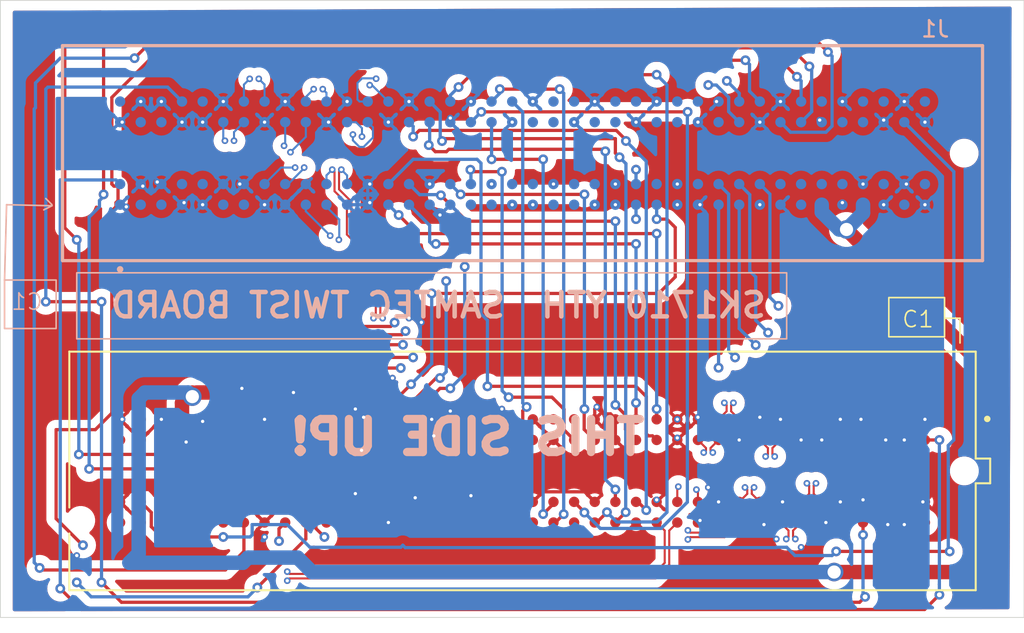
<source format=kicad_pcb>
(kicad_pcb
	(version 20240108)
	(generator "pcbnew")
	(generator_version "8.0")
	(general
		(thickness 1.536192)
		(legacy_teardrops no)
	)
	(paper "A4")
	(layers
		(0 "F.Cu" signal)
		(1 "In1.Cu" signal)
		(2 "In2.Cu" signal)
		(3 "In3.Cu" signal)
		(4 "In4.Cu" signal)
		(31 "B.Cu" signal)
		(32 "B.Adhes" user "B.Adhesive")
		(33 "F.Adhes" user "F.Adhesive")
		(34 "B.Paste" user)
		(35 "F.Paste" user)
		(36 "B.SilkS" user "B.Silkscreen")
		(37 "F.SilkS" user "F.Silkscreen")
		(38 "B.Mask" user)
		(39 "F.Mask" user)
		(40 "Dwgs.User" user "User.Drawings")
		(41 "Cmts.User" user "User.Comments")
		(42 "Eco1.User" user "User.Eco1")
		(43 "Eco2.User" user "User.Eco2")
		(44 "Edge.Cuts" user)
		(45 "Margin" user)
		(46 "B.CrtYd" user "B.Courtyard")
		(47 "F.CrtYd" user "F.Courtyard")
		(48 "B.Fab" user)
		(49 "F.Fab" user)
		(50 "User.1" user)
		(51 "User.2" user)
		(52 "User.3" user)
		(53 "User.4" user)
		(54 "User.5" user)
		(55 "User.6" user)
		(56 "User.7" user)
		(57 "User.8" user)
		(58 "User.9" user)
	)
	(setup
		(stackup
			(layer "F.SilkS"
				(type "Top Silk Screen")
			)
			(layer "F.Paste"
				(type "Top Solder Paste")
			)
			(layer "F.Mask"
				(type "Top Solder Mask")
				(thickness 0.01524)
			)
			(layer "F.Cu"
				(type "copper")
				(thickness 0.04318)
			)
			(layer "dielectric 1"
				(type "prepreg")
				(color "FR4 natural")
				(thickness 0.110744)
				(material "FR408-HR")
				(epsilon_r 3.69)
				(loss_tangent 0.0091)
			)
			(layer "In1.Cu"
				(type "copper")
				(thickness 0.017272)
			)
			(layer "dielectric 2"
				(type "core")
				(color "FR4 natural")
				(thickness 0.1016)
				(material "FR408-HR")
				(epsilon_r 3.69)
				(loss_tangent 0.0091)
			)
			(layer "In2.Cu"
				(type "copper")
				(thickness 0.017272)
			)
			(layer "dielectric 3"
				(type "prepreg")
				(color "FR4 natural")
				(thickness 0.925576)
				(material "FR408-HR")
				(epsilon_r 3.69)
				(loss_tangent 0.0091)
			)
			(layer "In3.Cu"
				(type "copper")
				(thickness 0.017272)
			)
			(layer "dielectric 4"
				(type "core")
				(color "FR4 natural")
				(thickness 0.1016)
				(material "FR408-HR")
				(epsilon_r 3.69)
				(loss_tangent 0.0091)
			)
			(layer "In4.Cu"
				(type "copper")
				(thickness 0.017272)
			)
			(layer "dielectric 5"
				(type "prepreg")
				(color "FR4 natural")
				(thickness 0.110744)
				(material "FR408-HR")
				(epsilon_r 3.69)
				(loss_tangent 0.0091)
			)
			(layer "B.Cu"
				(type "copper")
				(thickness 0.04318)
			)
			(layer "B.Mask"
				(type "Bottom Solder Mask")
				(thickness 0.01524)
			)
			(layer "B.Paste"
				(type "Bottom Solder Paste")
			)
			(layer "B.SilkS"
				(type "Bottom Silk Screen")
			)
			(copper_finish "None")
			(dielectric_constraints yes)
		)
		(pad_to_mask_clearance 0)
		(allow_soldermask_bridges_in_footprints no)
		(pcbplotparams
			(layerselection 0x00010fc_ffffffff)
			(plot_on_all_layers_selection 0x0000000_00000000)
			(disableapertmacros no)
			(usegerberextensions no)
			(usegerberattributes yes)
			(usegerberadvancedattributes yes)
			(creategerberjobfile yes)
			(dashed_line_dash_ratio 12.000000)
			(dashed_line_gap_ratio 3.000000)
			(svgprecision 4)
			(plotframeref no)
			(viasonmask no)
			(mode 1)
			(useauxorigin no)
			(hpglpennumber 1)
			(hpglpenspeed 20)
			(hpglpendiameter 15.000000)
			(pdf_front_fp_property_popups yes)
			(pdf_back_fp_property_popups yes)
			(dxfpolygonmode yes)
			(dxfimperialunits yes)
			(dxfusepcbnewfont yes)
			(psnegative no)
			(psa4output no)
			(plotreference yes)
			(plotvalue yes)
			(plotfptext yes)
			(plotinvisibletext no)
			(sketchpadsonfab no)
			(subtractmaskfromsilk no)
			(outputformat 1)
			(mirror no)
			(drillshape 1)
			(scaleselection 1)
			(outputdirectory "")
		)
	)
	(net 0 "")
	(net 1 "GND")
	(net 2 "/TX1_QDATA_IN-")
	(net 3 "unconnected-(J1-PadG22)")
	(net 4 "unconnected-(J1-PadD24)")
	(net 5 "/TX1_IDATA_IN+")
	(net 6 "unconnected-(J1-PadC34)")
	(net 7 "unconnected-(J1-PadD23)")
	(net 8 "/RX1_DCLK_OUT+")
	(net 9 "/GP_INT")
	(net 10 "unconnected-(J1-PadG30)")
	(net 11 "unconnected-(J1-PadD36)")
	(net 12 "/VADJ")
	(net 13 "/RX1_ENABLE")
	(net 14 "/RX1_QDATA_OUT+")
	(net 15 "/TX1_DCLK_IN+")
	(net 16 "/DGPIO_6")
	(net 17 "unconnected-(J1-PadD21)")
	(net 18 "unconnected-(J1-PadC22)")
	(net 19 "unconnected-(J1-PadC06)")
	(net 20 "/TX1_QDATA_IN+")
	(net 21 "/RX1_STROBE_OUT-")
	(net 22 "/DGPIO_2")
	(net 23 "unconnected-(J1-PadG21)")
	(net 24 "unconnected-(J1-PadD27)")
	(net 25 "unconnected-(J1-PadG36)")
	(net 26 "/DGPIO_0")
	(net 27 "/TX1_STROBE_IN-")
	(net 28 "unconnected-(J1-PadH22)")
	(net 29 "/FMCA_SDA")
	(net 30 "unconnected-(J1-PadD34)")
	(net 31 "unconnected-(J1-PadC39)")
	(net 32 "unconnected-(J1-PadG02)")
	(net 33 "/VDD_12V")
	(net 34 "unconnected-(J1-PadH26)")
	(net 35 "unconnected-(J1-PadH05)")
	(net 36 "unconnected-(J1-PadD05)")
	(net 37 "unconnected-(J1-PadC07)")
	(net 38 "/RX1_DCLK_OUT-")
	(net 39 "unconnected-(J1-PadC18)")
	(net 40 "unconnected-(J1-PadD40)")
	(net 41 "unconnected-(J1-PadC02)")
	(net 42 "/X1")
	(net 43 "unconnected-(J1-PadC19)")
	(net 44 "/DGPIO_11")
	(net 45 "/RX1_IDATA_OUT-")
	(net 46 "unconnected-(J1-PadH01)")
	(net 47 "unconnected-(J1-PadG03)")
	(net 48 "/SPI_DO")
	(net 49 "/RX1_STROBE_OUT+")
	(net 50 "unconnected-(J1-PadD35)")
	(net 51 "/SPI_DIO")
	(net 52 "unconnected-(J1-PadD04)")
	(net 53 "unconnected-(J1-PadH38)")
	(net 54 "/TX1_DCLK_OUT-")
	(net 55 "unconnected-(J1-PadD33)")
	(net 56 "unconnected-(J1-PadG24)")
	(net 57 "unconnected-(J1-PadH28)")
	(net 58 "unconnected-(J1-PadH37)")
	(net 59 "/PLATFORM_STATUS")
	(net 60 "/DGPIO_5")
	(net 61 "unconnected-(J1-PadG28)")
	(net 62 "/TX1_DCLK_IN-")
	(net 63 "/DGPIO_1")
	(net 64 "/DGPIO_4")
	(net 65 "/MODE")
	(net 66 "/FMCA_SCL")
	(net 67 "unconnected-(J1-PadG37)")
	(net 68 "/SPI_EN")
	(net 69 "/DGPIO_9")
	(net 70 "/DEV_CLK_OUT")
	(net 71 "/SPI_CLK")
	(net 72 "unconnected-(J1-PadH35)")
	(net 73 "unconnected-(J1-PadD20)")
	(net 74 "unconnected-(J1-PadC03)")
	(net 75 "/RX1_QDATA_OUT-")
	(net 76 "unconnected-(J1-PadD38)")
	(net 77 "unconnected-(J1-PadC23)")
	(net 78 "/3P3_VAX")
	(net 79 "/TX1_STROBE_IN+")
	(net 80 "/VADJ_ERR")
	(net 81 "/TX1_ENABLE")
	(net 82 "/DGPIO_7")
	(net 83 "/DGPIO_3")
	(net 84 "unconnected-(J1-PadD29)")
	(net 85 "/RX1_IDATA_OUT+")
	(net 86 "unconnected-(J1-PadG27)")
	(net 87 "unconnected-(J1-PadH29)")
	(net 88 "unconnected-(J1-PadH23)")
	(net 89 "/DGPIO_8")
	(net 90 "unconnected-(J1-PadG25)")
	(net 91 "/TX1_IDATA_IN-")
	(net 92 "unconnected-(J1-PadH25)")
	(net 93 "/ADP5056_EN")
	(net 94 "/X2")
	(net 95 "/DGPIO_10")
	(net 96 "/RESET")
	(net 97 "/TX1_DCLK_OUT+")
	(net 98 "unconnected-(J1-PadH40)")
	(net 99 "unconnected-(J2-PadD34)")
	(net 100 "unconnected-(J2-PadD5)")
	(net 101 "unconnected-(J2-PadG36)")
	(net 102 "unconnected-(J2-PadD36)")
	(net 103 "unconnected-(J2-PadC2)")
	(net 104 "unconnected-(J2-PadD38)")
	(net 105 "unconnected-(J2-PadC7)")
	(net 106 "unconnected-(J2-PadG37)")
	(net 107 "unconnected-(J2-PadD33)")
	(net 108 "unconnected-(J2-PadC6)")
	(net 109 "unconnected-(J2-PadH35)")
	(net 110 "unconnected-(J2-PadH1)")
	(net 111 "unconnected-(J2-PadD29)")
	(net 112 "unconnected-(J2-PadH40)")
	(net 113 "unconnected-(J2-PadD40)")
	(net 114 "unconnected-(J2-PadD4)")
	(net 115 "unconnected-(J2-PadC3)")
	(net 116 "unconnected-(J2-PadC39)")
	(net 117 "unconnected-(J2-PadD24)")
	(net 118 "unconnected-(J2-PadG2)")
	(net 119 "unconnected-(J2-PadH23)")
	(net 120 "unconnected-(J2-PadG30)")
	(net 121 "unconnected-(J2-PadH29)")
	(net 122 "unconnected-(J2-PadC23)")
	(net 123 "unconnected-(J2-PadC19)")
	(net 124 "unconnected-(J2-PadG22)")
	(net 125 "unconnected-(J2-PadH25)")
	(net 126 "unconnected-(J2-PadG21)")
	(net 127 "unconnected-(J2-PadH38)")
	(net 128 "unconnected-(J2-PadH5)")
	(net 129 "unconnected-(J2-PadH37)")
	(net 130 "unconnected-(J2-PadD27)")
	(net 131 "unconnected-(J2-PadC34)")
	(net 132 "unconnected-(J2-PadG3)")
	(net 133 "unconnected-(J2-PadG28)")
	(net 134 "unconnected-(J2-PadG25)")
	(net 135 "unconnected-(J2-PadC18)")
	(net 136 "unconnected-(J2-PadD35)")
	(net 137 "unconnected-(J2-PadD20)")
	(net 138 "unconnected-(J2-PadH28)")
	(net 139 "unconnected-(J2-PadG27)")
	(net 140 "unconnected-(J2-PadH26)")
	(net 141 "unconnected-(J2-PadD23)")
	(net 142 "unconnected-(J2-PadH22)")
	(net 143 "unconnected-(J2-PadC22)")
	(net 144 "unconnected-(J2-PadD21)")
	(net 145 "unconnected-(J2-PadG24)")
	(footprint "t_Samtec:SAMTEC_ASP-134604-01" (layer "F.Cu") (at 156.718 77.978))
	(footprint "t_Samtec:SAMTEC_ASP-134603-01" (layer "B.Cu") (at 156.718 58.42 180))
	(gr_line
		(start 124.841 66.2305)
		(end 124.968 61.595)
		(stroke
			(width 0.1)
			(type default)
		)
		(layer "B.SilkS")
		(uuid "044dc29a-e7ad-45f3-bd82-7dd469aa4ad5")
	)
	(gr_line
		(start 127.762 61.6585)
		(end 127.254 61.9125)
		(stroke
			(width 0.1)
			(type default)
		)
		(layer "B.SilkS")
		(uuid "29b35d6f-87fa-448c-b100-812c4ae719c8")
	)
	(gr_line
		(start 124.968 61.595)
		(end 127.762 61.6585)
		(stroke
			(width 0.1)
			(type default)
		)
		(layer "B.SilkS")
		(uuid "2d5d3810-3be0-465b-82c2-9e8d6e98f2bf")
	)
	(gr_line
		(start 127.762 61.595)
		(end 127.381 61.214)
		(stroke
			(width 0.1)
			(type default)
		)
		(layer "B.SilkS")
		(uuid "3e09e4de-be29-4c6f-8bcc-78b014369638")
	)
	(gr_line
		(start 182.753 68.58)
		(end 183.642 68.58)
		(stroke
			(width 0.1)
			(type default)
		)
		(layer "F.SilkS")
		(uuid "87f4dc82-7f61-45af-bd88-918bdd9e3d05")
	)
	(gr_line
		(start 183.642 68.58)
		(end 183.642 70.104)
		(stroke
			(width 0.1)
			(type default)
		)
		(layer "F.SilkS")
		(uuid "afc86ae1-d64d-40e0-84ae-78b844f2f459")
	)
	(gr_rect
		(start 124.587 49.022)
		(end 187.579 86.995)
		(stroke
			(width 0.05)
			(type default)
		)
		(fill none)
		(layer "Edge.Cuts")
		(uuid "ed70cc06-f991-47f5-a6d1-02e30c264016")
	)
	(gr_text "THIS SIDE UP!"
		(at 164.465 77.089 0)
		(layer "B.SilkS")
		(uuid "df1bafa7-b0d3-4870-8fbc-733cfbbec825")
		(effects
			(font
				(size 2.032 2.032)
				(thickness 0.508)
				(bold yes)
			)
			(justify left bottom mirror)
		)
	)
	(gr_text_box "SK1710 YTH  SAMTEC TWIST BOARD\n"
		(start 129.286 65.786)
		(end 172.974 69.85)
		(layer "B.SilkS")
		(uuid "512d01f9-21bd-4c8e-8010-f12f0fa0cb78")
		(effects
			(font
				(size 1.4986 1.4986)
				(thickness 0.2794)
				(bold yes)
			)
			(justify left top mirror)
		)
		(border yes)
		(stroke
			(width 0.1)
			(type solid)
		)
	)
	(gr_text_box "C1"
		(start 124.841 66.2305)
		(end 128.016 69.215)
		(layer "B.SilkS")
		(uuid "79db99bb-4825-4d35-aabe-00b852042e5f")
		(effects
			(font
				(size 1 1)
				(thickness 0.1)
			)
			(justify left top mirror)
		)
		(border yes)
		(stroke
			(width 0.1)
			(type solid)
		)
	)
	(gr_text_box "C1"
		(start 179.2605 67.31)
		(end 182.6895 69.723)
		(layer "F.SilkS")
		(uuid "27ac8cec-8bc1-45ab-8ae6-ce1549c70ffc")
		(effects
			(font
				(size 1 1)
				(thickness 0.1)
			)
			(justify left top)
		)
		(border yes)
		(stroke
			(width 0.1)
			(type solid)
		)
	)
	(segment
		(start 137.033 75.184)
		(end 136.017 76.2)
		(width 0.2)
		(layer "F.Cu")
		(net 1)
		(uuid "00d5137a-dd27-4a5e-8c82-3200acda28a1")
	)
	(segment
		(start 161.163 74.168)
		(end 161.29 74.041)
		(width 0.2)
		(layer "F.Cu")
		(net 1)
		(uuid "045c7045-f525-4307-b221-de2dfe945d26")
	)
	(segment
		(start 162.433 74.803)
		(end 162.433 74.762529)
		(width 0.2)
		(layer "F.Cu")
		(net 1)
		(uuid "08382715-241f-4206-b849-6ff1028105de")
	)
	(segment
		(start 159.4 81.773)
		(end 156.703 81.773)
		(width 0.2)
		(layer "F.Cu")
		(net 1)
		(uuid "0eaa5aed-3a07-48ad-b881-0b28a8e884ad")
	)
	(segment
		(start 134.49295 74.80305)
		(end 133.223 76.073)
		(width 0.2)
		(layer "F.Cu")
		(net 1)
		(uuid "0fb865a0-774f-4966-a4f9-152dc2ae2810")
	)
	(segment
		(start 133.223 81.153)
		(end 131.953 79.883)
		(width 0.2)
		(layer "F.Cu")
		(net 1)
		(uuid "11c93126-a7e8-46f4-bf4f-2774b5d9af5b")
	)
	(segment
		(start 134.49295 74.803025)
		(end 134.49295 74.80305)
		(width 0.2)
		(layer "F.Cu")
		(net 1)
		(uuid "149302ef-89e4-4713-9fc5-f1bc34511515")
	)
	(segment
		(start 134.493 74.803)
		(end 134.492975 74.803025)
		(width 0.2)
		(layer "F.Cu")
		(net 1)
		(uuid "1f56e38f-4533-437d-aa51-0672766f5e13")
	)
	(segment
		(start 138.061187 76.708)
		(end 138.938 76.708)
		(width 0.2)
		(layer "F.Cu")
		(net 1)
		(uuid "1fe96fbf-0886-41cb-9872-91b5ce7edc60")
	)
	(segment
		(start 160.543 79.263)
		(end 157.973 79.263)
		(width 0.2)
		(layer "F.Cu")
		(net 1)
		(uuid "23364f62-34a7-4eed-8cd7-987f3c219502")
	)
	(segment
		(start 137.033 74.93)
		(end 137.033 74.803)
		(width 0.2)
		(layer "F.Cu")
		(net 1)
		(uuid "2646dda8-5d8a-49de-adb5-6217706c431c")
	)
	(segment
		(start 143.624813 79.248)
		(end 142.748 79.248)
		(width 0.2)
		(layer "F.Cu")
		(net 1)
		(uuid "26ca4854-ee82-4215-a52e-8c2f98310d13")
	)
	(segment
		(start 159.893 81.28)
		(end 159.4 81.773)
		(width 0.2)
		(layer "F.Cu")
		(net 1)
		(uuid "2b26845b-2211-4e5d-b66c-db84ee2e78d3")
	)
	(segment
		(start 138.303 79.883)
		(end 137.033 81.153)
		(width 0.2)
		(layer "F.Cu")
		(net 1)
		(uuid "2c5b75a2-b269-421c-b077-6e39e3ec3007")
	)
	(segment
		(start 144.653 80.980501)
		(end 144.018 80.345501)
		(width 0.2)
		(layer "F.Cu")
		(net 1)
		(uuid "2f0a4f78-8880-4b47-a228-e36d8efea084")
	)
	(segment
		(start 140.843 81.153)
		(end 142.113 79.883)
		(width 0.2)
		(layer "F.Cu")
		(net 1)
		(uuid "33ff29b2-1662-45de-b7ea-f91c126f0fdc")
	)
	(segment
		(start 138.938 76.708)
		(end 138.938 75.819)
		(width 0.2)
		(layer "F.Cu")
		(net 1)
		(uuid "35fb97a7-e1ba-42cc-98e2-0309b73739b3")
	)
	(segment
		(start 157.973 79.263)
		(end 157.353 79.883)
		(width 0.2)
		(layer "F.Cu")
		(net 1)
		(uuid "3686f2f0-8dc7-448d-9f79-06be474728d2")
	)
	(segment
		(start 159.893 81.153)
		(end 159.893 81.28)
		(width 0.2)
		(layer "F.Cu")
		(net 1)
		(uuid "3ab16c96-c9c6-47ac-aa65-7b076d7111e7")
	)
	(segment
		(start 134.492975 74.803025)
		(end 134.49295 74.803025)
		(width 0.2)
		(layer "F.Cu")
		(net 1)
		(uuid "3dd16e58-4822-4eb9-8e76-7941c61faed1")
	)
	(segment
		(start 136.383 80.503)
		(end 137.033 81.153)
		(width 0.2)
		(layer "F.Cu")
		(net 1)
		(uuid "3e245aa9-f974-4cd3-b7cd-bc99a0af05e3")
	)
	(segment
		(start 144.018 80.345501)
		(end 144.018 79.641187)
		(width 0.2)
		(layer "F.Cu")
		(net 1)
		(uuid "502cd046-e53a-4378-9d2b-49170b369cec")
	)
	(segment
		(start 134.493 79.883)
		(end 135.113 80.503)
		(width 0.2)
		(layer "F.Cu")
		(net 1)
		(uuid "50828ede-9201-4a6f-9a8e-9f9d7655fbac")
	)
	(segment
		(start 142.621 73.152)
		(end 142.113 73.66)
		(width 0.2)
		(layer "F.Cu")
		(net 1)
		(uuid "529681c0-e53c-48f9-84d9-3d8433657f6e")
	)
	(segment
		(start 144.018 79.641187)
		(end 143.624813 79.248)
		(width 0.2)
		(layer "F.Cu")
		(net 1)
		(uuid "563fffdb-c7b7-4f4e-b03d-a784865bad6a")
	)
	(segment
		(start 133.731 79.121)
		(end 134.493 79.883)
		(width 0.2)
		(layer "F.Cu")
		(net 1)
		(uuid "58cfc641-abbf-4b0b-b698-f1f7b5dd4466")
	)
	(segment
		(start 156.083 74.803)
		(end 155.448 74.168)
		(width 0.2)
		(layer "F.Cu")
		(net 1)
		(uuid "5dbcdbf5-bebe-4d9b-8d17-e298aea6a2a4")
	)
	(segment
		(start 162.433 74.762529)
		(end 162.135735 74.465264)
		(width 0.2)
		(layer "F.Cu")
		(net 1)
		(uuid "5e2ebcbd-404d-4b1f-9261-9f46a87f753c")
	)
	(segment
		(start 139.334 75.423)
		(end 140.223 75.423)
		(width 0.2)
		(layer "F.Cu")
		(net 1)
		(uuid "66131b54-6423-414e-8dbb-ed9231522ce6")
	)
	(segment
		(start 132.08 74.803)
		(end 132.08 74.93)
		(width 0.2)
		(layer "F.Cu")
		(net 1)
		(uuid "6be4230a-ddee-4f85-9c23-a75aaf65ec63")
	)
	(segment
		(start 137.683 75.453)
		(end 137.683 76.329813)
		(width 0.2)
		(layer "F.Cu")
		(net 1)
		(uuid "6f6d066c-1a78-4ba7-b2a8-a32249960ee2")
	)
	(segment
		(start 132.08 74.803)
		(end 131.953 74.803)
		(width 0.2)
		(layer "F.Cu")
		(net 1)
		(uuid "724cd6b0-a7e1-48cb-81af-2bdbb99350a2")
	)
	(segment
		(start 137.683 76.329813)
		(end 138.061187 76.708)
		(width 0.2)
		(layer "F.Cu")
		(net 1)
		(uuid "7b3972d4-700d-4196-ad31-8de4adba98b8")
	)
	(segment
		(start 152.273 74.803)
		(end 152.273 74.295)
		(width 0.2)
		(layer "F.Cu")
		(net 1)
		(uuid "8876d782-6a22-4385-80a2-99a14a9770ba")
	)
	(segment
		(start 142.113 73.66)
		(end 142.113 74.803)
		(width 0.2)
		(layer "F.Cu")
		(net 1)
		(uuid "8a409f21-be67-4607-892c-a2168cc2357f")
	)
	(segment
		(start 137.033 74.803)
		(end 137.033 75.184)
		(width 0.2)
		(layer "F.Cu")
		(net 1)
		(uuid "8b2fa7f7-ad1f-4cd5-adbd-3c5f3a6a69b7")
	)
	(segment
		(start 138.953 80.533)
		(end 140.223 80.533)
		(width 0.2)
		(layer "F.Cu")
		(net 1)
		(uuid "923d2bb8-1342-46ac-8b98-b3dab63ae8d7")
	)
	(segment
		(start 138.938 75.819)
		(end 139.334 75.423)
		(width 0.2)
		(layer "F.Cu")
		(net 1)
		(uuid "a31d2146-a625-43fd-8cbf-d5c602d01367")
	)
	(segment
		(start 151.003 76.073)
		(end 151.257 75.819)
		(width 0.2)
		(layer "F.Cu")
		(net 1)
		(uuid "a68f3a19-9d40-41f6-8fbe-e951bbc8f3b2")
	)
	(segment
		(start 144.653 81.153)
		(end 144.653 80.980501)
		(width 0.2)
		(layer "F.Cu")
		(net 1)
		(uuid "b2ffb6c5-6196-4901-ac9e-8e03be078c22")
	)
	(segment
		(start 151.003 74.803)
		(end 151.13 74.803)
		(width 0.2)
		(layer "F.Cu")
		(net 1)
		(uuid "b468bf7a-78eb-4e0b-82f9-2dc6215f2c4e")
	)
	(segment
		(start 132.08 74.93)
		(end 133.223 76.073)
		(width 0.2)
		(layer "F.Cu")
		(net 1)
		(uuid "b54ade03-e8dc-4316-881e-62d9bfd813b5")
	)
	(segment
		(start 146.431 79.375)
		(end 145.923 79.883)
		(width 0.2)
		(layer "F.Cu")
		(net 1)
		(uuid "c12f2e43-eb7e-4c4d-80df-c3293de805b5")
	)
	(segment
		(start 135.763 76.073)
		(end 135.89 76.073)
		(width 0.2)
		(layer "F.Cu")
		(net 1)
		(uuid "c2d1bb2d-3331-4e72-9a3b-9ca5ef2fb590")
	)
	(segment
		(start 140.223 75.423)
		(end 140.843 74.803)
		(width 0.2)
		(layer "F.Cu")
		(net 1)
		(uuid "c2e5bd12-1ea8-4135-b380-0f6449e9b7da")
	)
	(segment
		(start 156.703 81.773)
		(end 156.083 81.153)
		(width 0.2)
		(layer "F.Cu")
		(net 1)
		(uuid "c647e303-d616-4e49-8767-47ac71a2e866")
	)
	(segment
		(start 162.433 76.073)
		(end 162.433 74.803)
		(width 0.2)
		(layer "F.Cu")
		(net 1)
		(uuid "cbc5e01f-a277-4e5d-8434-570f397c8182")
	)
	(segment
		(start 137.033 74.803)
		(end 137.683 75.453)
		(width 0.2)
		(layer "F.Cu")
		(net 1)
		(uuid "cf1fd785-fcb9-494e-adf3-a4a3e2865011")
	)
	(segment
		(start 132.715 79.121)
		(end 133.731 79.121)
		(width 0.2)
		(layer "F.Cu")
		(net 1)
		(uuid "d1009810-b74d-4342-9d4d-a6c85d5c6db1")
	)
	(segment
		(start 142.748 79.248)
		(end 142.113 79.883)
		(width 0.2)
		(layer "F.Cu")
		(net 1)
		(uuid "d4d9e39b-79f7-4aa6-8eb1-73a69397e379")
	)
	(segment
		(start 161.714264 74.465264)
		(end 161.29 74.041)
		(width 0.2)
		(layer "F.Cu")
		(net 1)
		(uuid "d8ba93a1-ce3b-4b62-ba14-72a24c3ea1a4")
	)
	(segment
		(start 131.953 79.883)
		(end 132.715 79.121)
		(width 0.2)
		(layer "F.Cu")
		(net 1)
		(uuid "d92f682e-f1ed-4e8d-ae4e-24053996db2e")
	)
	(segment
		(start 140.223 80.533)
		(end 140.843 81.153)
		(width 0.2)
		(layer "F.Cu")
		(net 1)
		(uuid "da0cec36-38fa-40ea-9b91-e6fa1f417c9f")
	)
	(segment
		(start 133.35 76.073)
		(end 133.223 76.073)
		(width 0.2)
		(layer "F.Cu")
		(net 1)
		(uuid "db3eb711-4817-46df-a70e-0d382f6364c8")
	)
	(segment
		(start 135.89 76.073)
		(end 136.017 76.2)
		(width 0.2)
		(layer "F.Cu")
		(net 1)
		(uuid "e9da868f-aba4-4833-97dd-f4f26d24bb98")
	)
	(segment
		(start 161.163 74.803)
		(end 161.163 74.168)
		(width 0.2)
		(layer "F.Cu")
		(net 1)
		(uuid "ea70819f-ff7a-439a-8391-a1a695de77c7")
	)
	(segment
		(start 157.353 74.803)
		(end 158.623 76.073)
		(width 0.2)
		(layer "F.Cu")
		(net 1)
		(uuid "eb93fd46-8945-4dc3-91d7-03bdaf9f3c32")
	)
	(segment
		(start 161.163 79.883)
		(end 160.543 79.263)
		(width 0.2)
		(layer "F.Cu")
		(net 1)
		(uuid "ecd82f81-8de0-42eb-9bdc-7fdff8e3b7fc")
	)
	(segment
		(start 144.653 81.153)
		(end 145.923 79.883)
		(width 0.2)
		(layer "F.Cu")
		(net 1)
		(uuid "ef867bdb-66c7-46b1-88ec-fca4df00be3d")
	)
	(segment
		(start 135.113 80.503)
		(end 136.383 80.503)
		(width 0.2)
		(layer "F.Cu")
		(net 1)
		(uuid "f28750d9-4c6f-47db-adf1-cb5d3f25b4ec")
	)
	(segment
		(start 162.135735 74.465264)
		(end 161.714264 74.465264)
		(width 0.2)
		(layer "F.Cu")
		(net 1)
		(uuid "f6ac61fe-700d-43e9-949b-fd15c9546a77")
	)
	(segment
		(start 134.493 74.803)
		(end 135.763 76.073)
		(width 0.2)
		(layer "F.Cu")
		(net 1)
		(uuid "f9520cb2-9db1-42c1-8aa9-cbd227ee0793")
	)
	(segment
		(start 138.303 79.883)
		(end 138.953 80.533)
		(width 0.2)
		(layer "F.Cu")
		(net 1)
		(uuid "f9800c9f-62a7-4ed6-ae35-3eef0059b2cb")
	)
	(via
		(at 156.083 61.595)
		(size 0.4064)
		(drill 0.2032)
		(layers "F.Cu" "B.Cu")
		(net 1)
		(uuid "039d833f-ae31-441b-ad83-7a1f5f0f8dd6")
	)
	(via
		(at 140.843 56.515)
		(size 0.4064)
		(drill 0.2032)
		(layers "F.Cu" "B.Cu")
		(net 1)
		(uuid "0506cbff-e8de-4971-8619-d38ac6b614e3")
	)
	(via
		(at 134.239 60.198)
		(size 0.4064)
		(drill 0.2032)
		(layers "F.Cu" "B.Cu")
		(net 1)
		(uuid "056458c0-10c1-4b51-8494-a5358b247698")
	)
	(via
		(at 142.621 73.152)
		(size 0.4064)
		(drill 0.2032)
		(layers "F.Cu" "B.Cu")
		(net 1)
		(uuid "07dd9949-f102-4e95-8a42-17c3f5580883")
	)
	(via
		(at 148.717 72.263)
		(size 0.4064)
		(drill 0.2032)
		(layers "F.Cu" "B.Cu")
		(free yes)
		(net 1)
		(uuid "0811b55a-2795-4da2-8ae1-0d4fcbca00db")
	)
	(via
		(at 151.257 75.819)
		(size 0.4064)
		(drill 0.2032)
		(layers "F.Cu" "B.Cu")
		(free yes)
		(net 1)
		(uuid "0bf15879-9800-4d8e-b641-017a82c88a99")
	)
	(via
		(at 172.593 74.803)
		(size 0.4064)
		(drill 0.2032)
		(layers "F.Cu" "B.Cu")
		(free yes)
		(net 1)
		(uuid "0c309b29-acc2-49ae-8303-26054c5e3e2d")
	)
	(via
		(at 175.133 76.073)
		(size 0.4064)
		(drill 0.2032)
		(layers "F.Cu" "B.Cu")
		(free yes)
		(net 1)
		(uuid "0c58d1ed-4eca-46ef-bc03-374a1ef2e5b3")
	)
	(via
		(at 181.483 74.803)
		(size 0.4064)
		(drill 0.2032)
		(layers "F.Cu" "B.Cu")
		(free yes)
		(net 1)
		(uuid "0d793bd4-dcb5-443c-bb16-a9bd8cb8af8d")
	)
	(via
		(at 180.213 55.245)
		(size 0.4064)
		(drill 0.2032)
		(layers "F.Cu" "B.Cu")
		(net 1)
		(uuid "11680e9f-9436-449b-af96-026cbc7aaac3")
	)
	(via
		(at 150.495 68.834)
		(size 0.4064)
		(drill 0.2032)
		(layers "F.Cu" "B.Cu")
		(free yes)
		(net 1)
		(uuid "1378a7d6-9312-41bf-9ce3-d83fd051f49d")
	)
	(via
		(at 161.163 55.245)
		(size 0.4064)
		(drill 0.2032)
		(layers "F.Cu" "B.Cu")
		(net 1)
		(uuid "13c49bd4-f6f7-4e53-9bf8-110c396976b8")
	)
	(via
		(at 146.939 74.676)
		(size 0.4064)
		(drill 0.2032)
		(layers "F.Cu" "B.Cu")
		(net 1)
		(uuid "13cc80e1-ae6b-4009-bc13-61df4227cd9a")
	)
	(via
		(at 167.513002 56.515)
		(size 0.4064)
		(drill 0.2032)
		(layers "F.Cu" "B.Cu")
		(net 1)
		(uuid "13db7037-8292-450d-a28c-51322c860da2")
	)
	(via
		(at 132.334 61.722)
		(size 0.4064)
		(drill 0.2032)
		(layers "F.Cu" "B.Cu")
		(free yes)
		(net 1)
		(uuid "17ff45f6-a8d1-428e-ad8f-419f84ebfb6d")
	)
	(via
		(at 136.017 76.2)
		(size 0.4064)
		(drill 0.2032)
		(layers "F.Cu" "B.Cu")
		(net 1)
		(uuid "19a456e1-25ac-4bc4-927b-91c5b3b3c47f")
	)
	(via
		(at 167.64 61.595)
		(size 0.4064)
		(drill 0.2032)
		(layers "F.Cu" "B.Cu")
		(net 1)
		(uuid "1a57ae6d-e706-4125-83f8-c2c43064ac29")
	)
	(via
		(at 157.353 61.595)
		(size 0.4064)
		(drill 0.2032)
		(layers "F.Cu" "B.Cu")
		(net 1)
		(uuid "1bf982b8-d4a2-4212-9839-3fc1beec3154")
	)
	(via
		(at 166.243 74.803)
		(size 0.4064)
		(drill 0.2032)
		(layers "F.Cu" "B.Cu")
		(free yes)
		(net 1)
		(uuid "208537ba-0114-40ae-996f-13e26b2b8376")
	)
	(via
		(at 177.673 79.756)
		(size 0.4064)
		(drill 0.2032)
		(layers "F.Cu" "B.Cu")
		(free yes)
		(net 1)
		(uuid "23c1d890-9f36-4772-814e-1f0983b73636")
	)
	(via
		(at 129.286 83.185)
		(size 0.4064)
		(drill 0.2032)
		(layers "F.Cu" "B.Cu")
		(free yes)
		(net 1)
		(uuid "2a42a6c2-ae1a-43e1-b46a-ade95059f69f")
	)
	(via
		(at 170.053 76.073)
		(size 0.4064)
		(drill 0.2032)
		(layers "F.Cu" "B.Cu")
		(free yes)
		(net 1)
		(uuid "2c4e4363-7c01-4e07-a752-9378f0754fa0")
	)
	(via
		(at 180.213 76.073)
		(size 0.4064)
		(drill 0.2032)
		(layers "F.Cu" "B.Cu")
		(free yes)
		(net 1)
		(uuid "2cd2dd4e-3cfc-4ef7-b0df-75bf4c3beb72")
	)
	(via
		(at 132.08 56.515)
		(size 0.4064)
		(drill 0.2032)
		(layers "F.Cu" "B.Cu")
		(net 1)
		(uuid "329acfab-d6b6-4296-a502-affcff385998")
	)
	(via
		(at 144.78 56.515)
		(size 0.4064)
		(drill 0.2032)
		(layers "F.Cu" "B.Cu")
		(net 1)
		(uuid "33e403ee-5b4d-44d4-b240-48ce006105d9")
	)
	(via
		(at 142.113 55.245)
		(size 0.4064)
		(drill 0.2032)
		(layers "F.Cu" "B.Cu")
		(net 1)
		(uuid "343e2b65-4bd1-4fee-b2b9-1fc0fbfff282")
	)
	(via
		(at 161.163 61.595)
		(size 0.4064)
		(drill 0.2032)
		(layers "F.Cu" "B.Cu")
		(net 1)
		(uuid "3450e7af-e325-48ab-83e8-4fe5e46ea002")
	)
	(via
		(at 171.323 61.595)
		(size 0.4064)
		(drill 0.2032)
		(layers "F.Cu" "B.Cu")
		(net 1)
		(uuid "35de08f8-99ae-4fa4-98b0-d52d2b78acd0")
	)
	(via
		(at 137.033 61.595)
		(size 0.4064)
		(drill 0.2032)
		(layers "F.Cu" "B.Cu")
		(net 1)
		(uuid "37692800-8604-4f09-a0d2-6d8f41582364")
	)
	(via
		(at 178.943 61.595)
		(size 0.4064)
		(drill 0.2032)
		(layers "F.Cu" "B.Cu")
		(net 1)
		(uuid "376a402d-906f-4721-b72d-16c428b6db55")
	)
	(via
		(at 147.32 61.468)
		(size 0.4064)
		(drill 0.2032)
		(layers "F.Cu" "B.Cu")
		(net 1)
		(uuid "3cb41f8b-f811-4198-8740-52e62473e4d2")
	)
	(via
		(at 168.656 55.245)
		(size 0.4064)
		(drill 0.2032)
		(layers "F.Cu" "B.Cu")
		(net 1)
		(uuid "3d228bf6-dc95-4707-8b56-944a5f7f137d")
	)
	(via
		(at 162.433 60.325)
		(size 0.4064)
		(drill 0.2032)
		(layers "F.Cu" "B.Cu")
		(net 1)
		(uuid "412f43d8-b62b-46b8-8788-89d63dd1e821")
	)
	(via
		(at 176.276 74.803)
		(size 0.4064)
		(drill 0.2032)
		(layers "F.Cu" "B.Cu")
		(free yes)
		(net 1)
		(uuid "426f25c2-d73e-43a6-9ed6-32c828d5bdb2")
	)
	(via
		(at 175.006 56.388)
		(size 0.4064)
		(drill 0.2032)
		(layers "F.Cu" "B.Cu")
		(net 1)
		(uuid "45aeec5b-f23d-4ec6-b330-430576aa3455")
	)
	(via
		(at 166.243 61.595)
		(size 0.4064)
		(drill 0.2032)
		(layers "F.Cu" "B.Cu")
		(net 1)
		(uuid "46d6cdd3-205d-455d-b393-d513bdf26190")
	)
	(via
		(at 133.35 60.452)
		(size 0.4064)
		(drill 0.2032)
		(layers "F.Cu" "B.Cu")
		(net 1)
		(uuid "4a3b1409-d061-4997-9d0e-d6dde1e2e956")
	)
	(via
		(at 166.243 60.325)
		(size 0.4064)
		(drill 0.2032)
		(layers "F.Cu" "B.Cu")
		(net 1)
		(uuid "4d57e5b4-9b47-4173-ad4e-fba134813355")
	)
	(via
		(at 139.319 60.325)
		(size 0.4064)
		(drill 0.2032)
		(layers "F.Cu" "B.Cu")
		(net 1)
		(uuid "4e13d56a-186b-47a4-b9e2-0513fb920511")
	)
	(via
		(at 146.431 79.375)
		(size 0.4064)
		(drill 0.2032)
		(layers "F.Cu" "B.Cu")
		(free yes)
		(net 1)
		(uuid "51849a5e-6076-4720-ac36-1d6b1635149a")
	)
	(via
		(at 181.356 79.883)
		(size 0.4064)
		(drill 0.2032)
		(layers "F.Cu" "B.Cu")
		(free yes)
		(net 1)
		(uuid "518f04f9-b2e4-4c73-989e-a8c1799efdd0")
	)
	(via
		(at 163.703 56.515)
		(size 0.4064)
		(drill 0.2032)
		(layers "F.Cu" "B.Cu")
		(net 1)
		(uuid "5346aa75-21f5-4378-816e-d30d9959590e")
	)
	(via
		(at 178.943 56.388)
		(size 0.4064)
		(drill 0.2032)
		(layers "F.Cu" "B.Cu")
		(net 1)
		(uuid "55a30e88-042a-40ab-9eb0-fd341327ad49")
	)
	(via
		(at 135.89 61.468)
		(size 0.4064)
		(drill 0.2032)
		(layers "F.Cu" "B.Cu")
		(net 1)
		(uuid "55f63a37-c347-451f-965d-c58562076e27")
	)
	(via
		(at 167.513 74.676)
		(size 0.4064)
		(drill 0.2032)
		(layers "F.Cu" "B.Cu")
		(free yes)
		(net 1)
		(uuid "5a193037-8e5b-4e29-90aa-847745f2fc0d")
	)
	(via
		(at 176.276 79.883)
		(size 0.4064)
		(drill 0.2032)
		(layers "F.Cu" "B.Cu")
		(free yes)
		(net 1)
		(uuid "5cfc911b-716f-4b23-96fd-9f38bdf6c302")
	)
	(via
		(at 181.483 56.515)
		(size 0.4064)
		(drill 0.2032)
		(layers "F.Cu" "B.Cu")
		(net 1)
		(uuid "5d892e80-8b75-45d6-91a9-c68a91280f32")
	)
	(via
		(at 157.353 55.245)
		(size 0.4064)
		(drill 0.2032)
		(layers "F.Cu" "B.Cu")
		(net 1)
		(uuid "5ef75554-fdea-498b-85f4-407437aafbf1")
	)
	(via
		(at 171.323 56.515)
		(size 0.4064)
		(drill 0.2032)
		(layers "F.Cu" "B.Cu")
		(net 1)
		(uuid "62ac4937-0c07-496f-98ed-c5532bd5807b")
	)
	(via
		(at 134.49295 74.803025)
		(size 0.4064)
		(drill 0.2032)
		(layers "F.Cu" "B.Cu")
		(net 1)
		(uuid "660335fa-81a9-4204-81f7-b4371e11ef3a")
	)
	(via
		(at 154.813 60.325)
		(size 0.4064)
		(drill 0.2032)
		(layers "F.Cu" "B.Cu")
		(net 1)
		(uuid "6f41d088-701e-4fb6-a4f5-b1c78d056d62")
	)
	(via
		(at 137.033 56.515)
		(size 0.4064)
		(drill 0.2032)
		(layers "F.Cu" "B.Cu")
		(net 1)
		(uuid "70fe3936-0553-473b-ade8-d8798c7a7dc2")
	)
	(via
		(at 177.546 74.803)
		(size 0.4064)
		(drill 0.2032)
		(layers "F.Cu" "B.Cu")
		(free yes)
		(net 1)
		(uuid "7108d390-9c6b-4ce7-9954-0513a3b9b999")
	)
	(via
		(at 176.403 55.245)
		(size 0.4064)
		(drill 0.2032)
		(layers "F.Cu" "B.Cu")
		(net 1)
		(uuid "726398f8-6975-4b12-8b27-d4b9ee6f7e13")
	)
	(via
		(at 172.72 79.883)
		(size 0.4064)
		(drill 0.2032)
		(layers "F.Cu" "B.Cu")
		(free yes)
		(net 1)
		(uuid "7fb026e6-36ae-4c36-b818-99c3b5389e29")
	)
	(via
		(at 180.34 60.325)
		(size 0.4064)
		(drill 0.2032)
		(layers "F.Cu" "B.Cu")
		(net 1)
		(uuid "86265380-6d72-4356-8303-918bbc6d8a03")
	)
	(via
		(at 179.07 76.073)
		(size 0.4064)
		(drill 0.2032)
		(layers "F.Cu" "B.Cu")
		(free yes)
		(net 1)
		(uuid "8980ad85-1e30-44bd-a352-c1e3b2e96294")
	)
	(via
		(at 175.387 81.153)
		(size 0.4064)
		(drill 0.2032)
		(layers "F.Cu" "B.Cu")
		(free yes)
		(net 1)
		(uuid "8987ede0-ed68-4c00-9fca-66865e47a668")
	)
	(via
		(at 146.812 76.708)
		(size 0.4064)
		(drill 0.2032)
		(layers "F.Cu" "B.Cu")
		(free yes)
		(net 1)
		(uuid "898f8e94-2550-44d8-b8cd-5227e4223d23")
	)
	(via
		(at 164.973 79.756)
		(size 0.4064)
		(drill 0.2032)
		(layers "F.Cu" "B.Cu")
		(free yes)
		(net 1)
		(uuid "8a9652e0-3923-4c94-9734-868d6e23205f")
	)
	(via
		(at 132.08 74.803)
		(size 0.4064)
		(drill 0.2032)
		(layers "F.Cu" "B.Cu")
		(net 1)
		(uuid "8e0585dc-376a-4acf-b56f-5842d6b77157")
	)
	(via
		(at 172.593 55.245)
		(size 0.4064)
		(drill 0.2032)
		(layers "F.Cu" "B.Cu")
		(net 1)
		(uuid "8f0d1092-a77a-4763-aa26-c0261fc060fd")
	)
	(via
		(at 138.303 55.245)
		(size 0.4064)
		(drill 0.2032)
		(layers "F.Cu" "B.Cu")
		(net 1)
		(uuid "928ef75c-c6be-47dc-8121-4b1162b9afa7")
	)
	(via
		(at 151.638 62.23)
		(size 0.4064)
		(drill 0.2032)
		(layers "F.Cu" "B.Cu")
		(net 1)
		(uuid "989e58ba-9b10-4a9b-a368-0141025d5e7f")
	)
	(via
		(at 149.733 55.245)
		(size 0.4064)
		(drill 0.2032)
		(layers "F.Cu" "B.Cu")
		(net 1)
		(uuid "999ca000-ac84-417d-b28e-de4cfa9d5950")
	)
	(via
		(at 171.577 81.28)
		(size 0.4064)
		(drill 0.2032)
		(layers "F.Cu" "B.Cu")
		(free yes)
		(net 1)
		(uuid "9d10ec50-c3ac-4c3a-8c1f-2cb60acc9182")
	)
	(via
		(at 147.32 60.325)
		(size 0.4064)
		(drill 0.2032)
		(layers "F.Cu" "B.Cu")
		(net 1)
		(uuid "a064fe4c-0e66-420b-9b4f-2dcb31e68333")
	)
	(via
		(at 150.114 79.629)
		(size 0.4064)
		(drill 0.2032)
		(layers "F.Cu" "B.Cu")
		(free yes)
		(net 1)
		(uuid "a24dd149-2fb2-4c89-a7a0-112eef42650c")
	)
	(via
		(at 149.733 68.58)
		(size 0.4064)
		(drill 0.2032)
		(layers "F.Cu" "B.Cu")
		(free yes)
		(net 1)
		(uuid "a35221ac-19f8-4aa9-be0c-4305aa14f421")
	)
	(via
		(at 134.493 55.245)
		(size 0.4064)
		(drill 0.2032)
		(layers "F.Cu" "B.Cu")
		(net 1)
		(uuid "a58f298d-f74e-4763-9f28-eb59d8b16689")
	)
	(via
		(at 140.843 61.595)
		(size 0.4064)
		(drill 0.2032)
		(layers "F.Cu" "B.Cu")
		(net 1)
		(uuid "a9eefa92-9b03-467d-8bf5-b7064cd0c5a6")
	)
	(via
		(at 155.448 74.168)
		(size 0.4064)
		(drill 0.2032)
		(layers "F.Cu" "B.Cu")
		(free yes)
		(net 1)
		(uuid "ae0aedfd-2aa3-484f-950a-97300b9c1f7b")
	)
	(via
		(at 162.433 61.595)
		(size 0.4064)
		(drill 0.2032)
		(layers "F.Cu" "B.Cu")
		(net 1)
		(uuid "ae737d8c-eff3-49d4-b59b-7b3924b2621d")
	)
	(via
		(at 152.273 74.295)
		(size 0.4064)
		(drill 0.2032)
		(layers "F.Cu" "B.Cu")
		(free yes)
		(net 1)
		(uuid "aeedaf94-98bb-4bb1-9cec-21fa38282f16")
	)
	(via
		(at 148.463 56.515)
		(size 0.4064)
		(drill 0.2032)
		(layers "F.Cu" "B.Cu")
		(net 1)
		(uuid "b14b7506-1f71-4494-8364-60f7b342409c")
	)
	(via
		(at 145.923 55.245)
		(size 0.4064)
		(drill 0.2032)
		(layers "F.Cu" "B.Cu")
		(net 1)
		(uuid "b16a396e-54d5-4848-9a8f-a57631a8787c")
	)
	(via
		(at 151.13 74.803)
		(size 0.4064)
		(drill 0.2032)
		(layers "F.Cu" "B.Cu")
		(net 1)
		(uuid "b1f301f5-370d-42d8-9769-33890e360424")
	)
	(via
		(at 164.973 55.245)
		(size 0.4064)
		(drill 0.2032)
		(layers "F.Cu" "B.Cu")
		(net 1)
		(uuid "b2822979-7d74-47c5-a926-d77747b4da51")
	)
	(via
		(at 161.29 74.041)
		(size 0.4064)
		(drill 0.2032)
		(layers "F.Cu" "B.Cu")
		(free yes)
		(net 1)
		(uuid "b3c7b6c6-fce4-4532-82d9-f24d7974a51d")
	)
	(via
		(at 158.623 60.325)
		(size 0.4064)
		(drill 0.2032)
		(layers "F.Cu" "B.Cu")
		(net 1)
		(uuid "bc816416-1748-4cf8-9638-e68086618d58")
	)
	(via
		(at 168.783 79.883)
		(size 0.4064)
		(drill 0.2032)
		(layers "F.Cu" "B.Cu")
		(free yes)
		(net 1)
		(uuid "bd05bd9e-0112-4a97-9829-dda4a446ed42")
	)
	(via
		(at 146.431 74.168)
		(size 0.4064)
		(drill 0.2032)
		(layers "F.Cu" "B.Cu")
		(free yes)
		(net 1)
		(uuid "c1f9bc29-a41c-4d93-8681-a495219ec230")
	)
	(via
		(at 133.223 55.245)
		(size 0.4064)
		(drill 0.2032)
		(layers "F.Cu" "B.Cu")
		(net 1)
		(uuid "c2cbecd4-b974-489a-b6f4-d99e09ab445f")
	)
	(via
		(at 179.197 81.28)
		(size 0.4064)
		(drill 0.2032)
		(layers "F.Cu" "B.Cu")
		(free yes)
		(net 1)
		(uuid "c5e442ac-b7c7-40f8-b1b4-f5ff97433c47")
	)
	(via
		(at 140.843 82.042)
		(size 0.4064)
		(drill 0.2032)
		(layers "F.Cu" "B.Cu")
		(free yes)
		(net 1)
		(uuid "c9c49391-bf53-41ee-8e84-6ca28f51d914")
	)
	(via
		(at 172.339 82.169)
		(size 0.4064)
		(drill 0.2032)
		(layers "F.Cu" "B.Cu")
		(free yes)
		(net 1)
		(uuid "ca030c1c-720f-494b-912d-f16cbb6fbddf")
	)
	(via
		(at 137.033 74.93)
		(size 0.4064)
		(drill 0.2032)
		(layers "F.Cu" "B.Cu")
		(net 1)
		(uuid "cad7eeda-bc9d-40c7-9823-018e0f300191")
	)
	(via
		(at 168.148 78.994)
		(size 0.4064)
		(drill 0.2032)
		(layers "F.Cu" "B.Cu")
		(free yes)
		(net 1)
		(uuid "d723ba02-4d74-4a2e-8a79-9b6c1afc4f73")
	)
	(via
		(at 153.543 79.502)
		(size 0.4064)
		(drill 0.2032)
		(layers "F.Cu" "B.Cu")
		(free yes)
		(net 1)
		(uuid "d73c69b2-96ef-42b3-b7ab-853b8c8aa731")
	)
	(via
		(at 153.543 55.245)
		(size 0.4064)
		(drill 0.2032)
		(layers "F.Cu" "B.Cu")
		(net 1)
		(uuid "d74c8d92-609b-476c-bfdb-b52cbdc31eeb")
	)
	(via
		(at 166.243 75.946)
		(size 0.4064)
		(drill 0.2032)
		(layers "F.Cu" "B.Cu")
		(free yes)
		(net 1)
		(uuid "dd7cfff6-1b37-455c-9453-2c7d8edf6e8c")
	)
	(via
		(at 181.483 61.595)
		(size 0.4064)
		(drill 0.2032)
		(layers "F.Cu" "B.Cu")
		(net 1)
		(uuid "de904f40-51c4-463e-8cfa-633ed187e3cf")
	)
	(via
		(at 180.213 81.28)
		(size 0.4064)
		(drill 0.2032)
		(layers "F.Cu" "B.Cu")
		(free yes)
		(net 1)
		(uuid "e0c04a4e-d0b3-4295-83a4-2cd3b16e9bfe")
	)
	(via
		(at 177.673 60.325)
		(size 0.4064)
		(drill 0.2032)
		(layers "F.Cu" "B.Cu")
		(net 1)
		(uuid "e428c2d4-b3be-4a7b-8234-365bfb274193")
	)
	(via
		(at 140.843 74.803)
		(size 0.4064)
		(drill 0.2032)
		(layers "F.Cu" "B.Cu")
		(net 1)
		(uuid "e5b648d9-23cb-46da-9d22-fef8644e9ef5")
	)
	(via
		(at 135.763 56.515)
		(size 0.4064)
		(drill 0.2032)
		(layers "F.Cu" "B.Cu")
		(net 1)
		(uuid "e6e1879f-9e95-4568-9f88-f3844394e203")
	)
	(via
		(at 173.863 76.073)
		(size 0.4064)
		(drill 0.2032)
		(layers "F.Cu" "B.Cu")
		(free yes)
		(net 1)
		(uuid "eac749c8-eb52-4efa-9d51-3ecddc155e95")
	)
	(via
		(at 156.083 56.515)
		(size 0.4064)
		(drill 0.2032)
		(layers "F.Cu" "B.Cu")
		(net 1)
		(uuid "ef49d66d-5aeb-4361-8be5-730e7d73ae89")
	)
	(via
		(at 171.323 74.676)
		(size 0.4064)
		(drill 0.2032)
		(layers "F.Cu" "B.Cu")
		(free yes)
		(net 1)
		(uuid "f4dc86b5-571e-4315-9f59-c5eeb9813a22")
	)
	(via
		(at 148.463 81.153)
		(size 0.4064)
		(drill 0.2032)
		(layers "F.Cu" "B.Cu")
		(free yes)
		(net 1)
		(uuid "fab20587-7b58-47a5-844a-69ea9cf347bf")
	)
	(via
		(at 159.893 56.515)
		(size 0.4064)
		(drill 0.2032)
		(layers "F.Cu" "B.Cu")
		(net 1)
		(uuid "fab9f64c-edbc-4a10-b0c2-6129bdc461ad")
	)
	(via
		(at 167.64 81.026)
		(size 0.4064)
		(drill 0.2032)
		(layers "F.Cu" "B.Cu")
		(free yes)
		(net 1)
		(uuid "fbfdb8b0-8925-47df-8a86-6e7049c68b8f")
	)
	(via
		(at 152.273 56.261)
		(size 0.4064)
		(drill 0.2032)
		(layers "F.Cu" "B.Cu")
		(net 1)
		(uuid "fd7f73c9-a663-4176-9aa5-4b361d045433")
	)
	(via
		(at 151.003 60.325)
		(size 0.4064)
		(drill 0.2032)
		(layers "F.Cu" "B.Cu")
		(net 1)
		(uuid "fe02778c-c276-40ba-8d66-f53d3b6f941f")
	)
	(via
		(at 173.863 82.677)
		(size 0.4064)
		(drill 0.2032)
		(layers "F.Cu" "B.Cu")
		(free yes)
		(net 1)
		(uuid "fe2ae5d6-544d-4538-b56c-6370ea7640b1")
	)
	(via
		(at 139.446 72.898)
		(size 0.4064)
		(drill 0.2032)
		(layers "F.Cu" "B.Cu")
		(free yes)
		(net 1)
		(uuid "ff5d870d-33de-41d0-a889-fda45b400ae4")
	)
	(via
		(at 176.403 61.468)
		(size 0.4064)
		(drill 0.2032)
		(layers "F.Cu" "B.Cu")
		(net 1)
		(uuid "ff8e97a5-f132-4536-93e2-4eea9ae15975")
	)
	(segment
		(start 147.193 60.325)
		(end 147.193 61.341)
		(width 0.2)
		(layer "B.Cu")
		(net 1)
		(uuid "3968e287-36b6-4cc2-9ce0-e6d097d7bc65")
	)
	(segment
		(start 152.273 61.595)
		(end 151.638 62.23)
		(width 0.2)
		(layer "B.Cu")
		(net 1)
		(uuid "544394ab-4dd4-436e-8999-8cad10e0f231")
	)
	(segment
		(start 151.638 62.23)
		(end 151.003 61.595)
		(width 0.2)
		(layer "B.Cu")
		(net 1)
		(uuid "6dae7a97-e6d3-4402-83a6-fdbebe8f83ae")
	)
	(segment
		(start 143.383 60.325)
		(end 142.113 61.595)
		(width 0.2)
		(layer "B.Cu")
		(net 1)
		(uuid "7f55f12d-9b0b-4ee7-a9b7-a539d1e90c9e")
	)
	(segment
		(start 147.193 61.341)
		(end 147.32 61.468)
		(width 0.2)
		(layer "B.Cu")
		(net 1)
		(uuid "aa042c59-54c5-4be6-8199-d19d55e7369f")
	)
	(segment
		(start 152.273 56.261)
		(end 152.273 56.515)
		(width 0.2)
		(layer "B.Cu")
		(net 1)
		(uuid "bf618d85-287a-4e4f-b020-19722e8bf749")
	)
	(segment
		(start 145.923 61.595)
		(end 147.193 61.595)
		(width 0.2)
		(layer "B.Cu")
		(net 1)
		(uuid "c61e227f-ed69-4467-a43a-12b79a5cf849")
	)
	(segment
		(start 143.383 60.325)
		(end 143.51 60.325)
		(width 0.2)
		(layer "B.Cu")
		(net 1)
		(uuid "e147b88f-7966-4e37-b2b4-733c539b1214")
	)
	(segment
		(start 147.32 61.468)
		(end 147.193 61.595)
		(width 0.2)
		(layer "B.Cu")
		(net 1)
		(uuid "e6556e01-ee44-4b3e-8ae9-f52e4aa31483")
	)
	(segment
		(start 167.513 76.073)
		(end 168.0083 76.5683)
		(width 0.127)
		(layer "F.Cu")
		(net 2)
		(uuid "05b66f96-2c50-4577-b46b-477e3218fffa")
	)
	(segment
		(start 168.0083 76.5683)
		(end 168.0083 76.706776)
		(width 0.127)
		(layer "F.Cu")
		(net 2)
		(uuid "2e3cd86f-03a8-414e-b435-382358223452")
	)
	(segment
		(start 147.9677 68.4403)
		(end 147.9677 65.093134)
		(width 0.127)
		(layer "F.Cu")
		(net 2)
		(uuid "7da0b493-d73f-4f78-994a-a732d4fbc585")
	)
	(segment
		(start 168.0083 76.706776)
		(end 167.8686 76.846476)
		(width 0.127)
		(layer "F.Cu")
		(net 2)
		(uuid "897e3310-67b8-4a01-9a2b-efbe838f6151")
	)
	(segment
		(start 148.1074 68.58)
		(end 147.9677 68.4403)
		(width 0.127)
		(layer "F.Cu")
		(net 2)
		(uuid "934c93a8-bcde-49c8-a994-29763da72926")
	)
	(segment
		(start 147.9677 65.093134)
		(end 146.1897 63.315134)
		(width 0.127)
		(layer "F.Cu")
		(net 2)
		(uuid "981971d5-a5ed-40be-ada8-84f24821d5ab")
	)
	(segment
		(start 145.4277 60.648134)
		(end 145.4277 59.5757)
		(width 0.127)
		(layer "F.Cu")
		(net 2)
		(uuid "e3c5d637-3ad2-426d-bae2-46c4c865308d")
	)
	(segment
		(start 146.1897 61.410134)
		(end 145.4277 60.648134)
		(width 0.127)
		(layer "F.Cu")
		(net 2)
		(uuid "efd88247-ec8a-487a-a8da-db52b1da2e3b")
	)
	(segment
		(start 146.1897 63.315134)
		(end 146.1897 61.410134)
		(width 0.127)
		(layer "F.Cu")
		(net 2)
		(uuid "fb3faed8-5e7f-4a8c-bb34-0a22cb406861")
	)
	(segment
		(start 145.4277 59.5757)
		(end 145.5674 59.436)
		(width 0.127)
		(layer "F.Cu")
		(net 2)
		(uuid "ffa7d689-80f2-4d5a-84db-583a7950d007")
	)
	(via
		(at 167.8686 76.846476)
		(size 0.4064)
		(drill 0.2032)
		(layers "F.Cu" "B.Cu")
		(net 2)
		(uuid "15637901-905d-4576-9cf7-c501687d86ff")
	)
	(via
		(at 145.5674 59.436)
		(size 0.4064)
		(drill 0.2032)
		(layers "F.Cu" "B.Cu")
		(net 2)
		(uuid "1da08ad8-fc34-4b37-80d1-f33d6894a324")
	)
	(via
		(at 148.1074 68.58)
		(size 0.4064)
		(drill 0.2032)
		(layers "F.Cu" "B.Cu")
		(net 2)
		(uuid "74449db5-eadf-41c8-97ed-7db556332b80")
	)
	(segment
		(start 153.666431 74.7776)
		(end 153.539431 74.7776)
		(width 0.127)
		(layer "In2.Cu")
		(net 2)
		(uuid "0988451f-edfd-4d82-8fdb-1bb69ddc2758")
	)
	(segment
		(start 160.016431 74.7776)
		(end 159.889431 74.7776)
		(width 0.127)
		(layer "In2.Cu")
		(net 2)
		(uuid "0ecd28a8-44fc-4f77-9966-bc4622e7f4c5")
	)
	(segment
		(start 156.600131 76.327)
		(end 156.600131 75.1713)
		(width 0.127)
		(layer "In2.Cu")
		(net 2)
		(uuid "0f5d131c-3f8e-4d41-a59f-8bc41045a696")
	)
	(segment
		(start 159.140131 76.327)
		(end 159.140131 75.1713)
		(width 0.127)
		(layer "In2.Cu")
		(net 2)
		(uuid "145aba41-58d9-49b3-ade4-1b748788d80e")
	)
	(segment
		(start 162.950131 77.5407)
		(end 162.950131 76.835)
		(width 0.127)
		(layer "In2.Cu")
		(net 2)
		(uuid "19f66ae8-bd94-48ba-b8bb-857989f2938d")
	)
	(segment
		(start 147.9677 71.675319)
		(end 147.9677 71.821319)
		(width 0.127)
		(layer "In2.Cu")
		(net 2)
		(uuid "1cd02e48-28f2-4f77-9b25-d1a24df895cb")
	)
	(segment
		(start 163.699431 76.4413)
		(end 164.646395 76.4413)
		(width 0.127)
		(layer "In2.Cu")
		(net 2)
		(uuid "1f7acc6f-1d12-4ba3-86e4-05d3b9cbe4c0")
	)
	(segment
		(start 156.841431 76.4413)
		(end 156.714431 76.4413)
		(width 0.127)
		(layer "In2.Cu")
		(net 2)
		(uuid "21e927b5-301c-4d15-9f02-52981cb07c54")
	)
	(segment
		(start 164.674485 76.4413)
		(end 166.173866 76.4413)
		(width 0.127)
		(layer "In2.Cu")
		(net 2)
		(uuid "22059e8a-6d44-4864-9f80-a135f0f9f0c2")
	)
	(segment
		(start 160.765731 75.1713)
		(end 160.765731 76.327)
		(width 0.127)
		(layer "In2.Cu")
		(net 2)
		(uuid "24ed05ca-9c8c-4d7a-9acc-e9c10e402c09")
	)
	(segment
		(start 153.145731 75.1713)
		(end 153.145731 76.4413)
		(width 0.127)
		(layer "In2.Cu")
		(net 2)
		(uuid "25911fd8-b33f-48d6-a8ea-bda6c0464d18")
	)
	(segment
		(start 159.495731 75.1713)
		(end 159.495731 76.327)
		(width 0.127)
		(layer "In2.Cu")
		(net 2)
		(uuid "2e76de73-1345-4a24-a94b-73055f59ccc7")
	)
	(segment
		(start 153.031431 77.655)
		(end 152.904431 77.655)
		(width 0.127)
		(layer "In2.Cu")
		(net 2)
		(uuid "318d6059-e154-488a-8207-d0eacce7fb6b")
	)
	(segment
		(start 155.330131 76.327)
		(end 155.330131 75.1713)
		(width 0.127)
		(layer "In2.Cu")
		(net 2)
		(uuid "334328d3-48f7-43ca-b9b7-ef803212c279")
	)
	(segment
		(start 148.2597 70.653319)
		(end 148.390152 70.653319)
		(width 0.127)
		(layer "In2.Cu")
		(net 2)
		(uuid "3fc30bec-b216-4803-b2fa-06c3e6fded59")
	)
	(segment
		(start 151.761431 76.4413)
		(end 151.634431 76.4413)
		(width 0.127)
		(layer "In2.Cu")
		(net 2)
		(uuid "41ff011d-2e74-4c43-9f5e-9ce82c8f59b4")
	)
	(segment
		(start 160.651431 76.4413)
		(end 160.524431 76.4413)
		(width 0.127)
		(layer "In2.Cu")
		(net 2)
		(uuid "43a5ffd7-9832-4eda-acda-aba2897cab81")
	)
	(segment
		(start 161.680131 76.327)
		(end 161.680131 75.1713)
		(width 0.127)
		(layer "In2.Cu")
		(net 2)
		(uuid "44735fea-b575-4576-8d0f-c08b236e715b")
	)
	(segment
		(start 162.950131 76.835)
		(end 162.950131 75.1713)
		(width 0.127)
		(layer "In2.Cu")
		(net 2)
		(uuid "448a8159-7927-43ba-9ae9-0c1e00c7cdfd")
	)
	(segment
		(start 158.225731 75.1713)
		(end 158.225731 76.327)
		(width 0.127)
		(layer "In2.Cu")
		(net 2)
		(uuid "46e7a61d-946a-4e8b-91a7-1ea191517a3a")
	)
	(segment
		(start 159.381431 76.4413)
		(end 159.254431 76.4413)
		(width 0.127)
		(layer "In2.Cu")
		(net 2)
		(uuid "4a178562-0aee-4afa-853b-a4ef97a3ee4d")
	)
	(segment
		(start 161.921431 76.4413)
		(end 161.794431 76.4413)
		(width 0.127)
		(layer "In2.Cu")
		(net 2)
		(uuid "58b32e0a-3db6-4402-b8bd-6637478b2267")
	)
	(segment
		(start 154.936431 74.7776)
		(end 154.809431 74.7776)
		(width 0.127)
		(layer "In2.Cu")
		(net 2)
		(uuid "596aa49c-be28-4f04-8c46-384127ab7794")
	)
	(segment
		(start 154.415731 76.327)
		(end 154.415731 77.5407)
		(width 0.127)
		(layer "In2.Cu")
		(net 2)
		(uuid "5f09b218-3e62-4021-a96d-4932acb625b5")
	)
	(segment
		(start 152.790131 77.5407)
		(end 152.790131 76.7207)
		(width 0.127)
		(layer "In2.Cu")
		(net 2)
		(uuid "5f6fcc62-97df-499f-8d61-84376da709a7")
	)
	(segment
		(start 152.790131 76.7207)
		(end 152.790131 75.1713)
		(width 0.127)
		(layer "In2.Cu")
		(net 2)
		(uuid "61827731-9af1-420c-9598-76b2c1554f13")
	)
	(segment
		(start 148.682152 70.945319)
		(end 148.682152 71.091319)
		(width 0.127)
		(layer "In2.Cu")
		(net 2)
		(uuid "64e00ec6-219d-4eee-a345-0affd44eb403")
	)
	(segment
		(start 162.556431 74.7776)
		(end 162.429431 74.7776)
		(width 0.127)
		(layer "In2.Cu")
		(net 2)
		(uuid "6610aef5-2dc6-44c9-a933-e5eb495058b3")
	)
	(segment
		(start 162.035731 75.1713)
		(end 162.035731 76.327)
		(width 0.127)
		(layer "In2.Cu")
		(net 2)
		(uuid "69b73f45-87af-490f-9117-bcf1572d6f81")
	)
	(segment
		(start 156.955731 75.1713)
		(end 156.955731 76.327)
		(width 0.127)
		(layer "In2.Cu")
		(net 2)
		(uuid "6a56186b-6053-4764-8a4c-b9c89fbc5913")
	)
	(segment
		(start 157.476431 74.7776)
		(end 157.349431 74.7776)
		(width 0.127)
		(layer "In2.Cu")
		(net 2)
		(uuid "6db54ce7-b39b-4571-b34a-9cb95e18445b")
	)
	(segment
		(start 160.410131 76.327)
		(end 160.410131 75.1713)
		(width 0.127)
		(layer "In2.Cu")
		(net 2)
		(uuid "6e6c8d9f-c50c-4783-81bf-399e9ffe5288")
	)
	(segment
		(start 157.870131 76.327)
		(end 157.870131 75.1713)
		(width 0.127)
		(layer "In2.Cu")
		(net 2)
		(uuid "7483c2da-0c95-4f55-a041-7d9d5e888bb0")
	)
	(segment
		(start 158.111431 76.4413)
		(end 157.984431 76.4413)
		(width 0.127)
		(layer "In2.Cu")
		(net 2)
		(uuid "74ee33d3-39df-4712-ad54-e07ef60a21c4")
	)
	(segment
		(start 150.631088 76.441299)
		(end 149.813885 77.258503)
		(width 0.127)
		(layer "In2.Cu")
		(net 2)
		(uuid "78800327-650f-4d10-993a-3306c0bc26c6")
	)
	(segment
		(start 147.9677 71.951134)
		(end 147.9677 73.221134)
		(width 0.127)
		(layer "In2.Cu")
		(net 2)
		(uuid "798f3ec0-b7a0-44a3-b91e-c51397de3f45")
	)
	(segment
		(start 148.390152 71.383319)
		(end 148.2597 71.383319)
		(width 0.127)
		(layer "In2.Cu")
		(net 2)
		(uuid "7a6d86b9-6073-457f-a3c8-e41ff8842e34")
	)
	(segment
		(start 152.396431 74.7776)
		(end 152.269431 74.7776)
		(width 0.127)
		(layer "In2.Cu")
		(net 2)
		(uuid "7e6b8798-8bb6-4fa8-a4af-13b24ad5b028")
	)
	(segment
		(start 155.571431 76.4413)
		(end 155.444431 76.4413)
		(width 0.127)
		(layer "In2.Cu")
		(net 2)
		(uuid "80fffc55-9363-4b49-9a73-3ca05947b5e1")
	)
	(segment
		(start 158.746431 74.7776)
		(end 158.619431 74.7776)
		(width 0.127)
		(layer "In2.Cu")
		(net 2)
		(uuid "873ab97c-45ef-46d6-8ae9-09ee4b7290ad")
	)
	(segment
		(start 154.060131 77.5407)
		(end 154.060131 76.7207)
		(width 0.127)
		(layer "In2.Cu")
		(net 2)
		(uuid "876916bd-ae50-4860-a92e-a5342577b19d")
	)
	(segment
		(start 149.652241 77.258503)
		(end 149.562438 77.1687)
		(width 0.127)
		(layer "In2.Cu")
		(net 2)
		(uuid "88a25cbe-7f4a-49a7-aece-d62cedbbe466")
	)
	(segment
		(start 161.286431 74.7776)
		(end 161.159431 74.7776)
		(width 0.127)
		(layer "In2.Cu")
		(net 2)
		(uuid "88f06d1d-f0fd-46e5-9a12-d5815c16d513")
	)
	(segment
		(start 151.634431 76.4413)
		(end 151.187864 76.441299)
		(width 0.127)
		(layer "In2.Cu")
		(net 2)
		(uuid "894b3621-1cbe-4d96-8f1c-46e7a2fce5dc")
	)
	(segment
		(start 147.9677 73.221134)
		(end 150.212783 75.466217)
		(width 0.127)
		(layer "In2.Cu")
		(net 2)
		(uuid "8e490ce3-586c-4b8b-9cb8-c7cf44007692")
	)
	(segment
		(start 147.9677 71.821319)
		(end 147.9677 71.951134)
		(width 0.127)
		(layer "In2.Cu")
		(net 2)
		(uuid "91acd72b-1b7d-4dac-8faa-5518abaed917")
	)
	(segment
		(start 150.379641 75.633075)
		(end 150.28984 75.543274)
		(width 0.127)
		(layer "In2.Cu")
		(net 2)
		(uuid "9a387ab5-fec8-460b-9f88-c7ccdabf7a7d")
	)
	(segment
		(start 149.562437 77.007054)
		(end 150.379641 76.189851)
		(width 0.127)
		(layer "In2.Cu")
		(net 2)
		(uuid "a30699dd-7037-4f05-a01e-9010c116622c")
	)
	(segment
		(start 167.062866 77.3303)
		(end 167.709134 77.3303)
		(width 0.127)
		(layer "In2.Cu")
		(net 2)
		(uuid "a94ded06-767c-4636-95c3-ed8326f3bb2a")
	)
	(segment
		(start 166.173866 76.4413)
		(end 167.062866 77.3303)
		(width 0.127)
		(layer "In2.Cu")
		(net 2)
		(uuid "aef5b7b4-d2d9-4093-a147-282f78c51039")
	)
	(segment
		(start 167.709134 77.3303)
		(end 168.0083 77.031134)
		(width 0.127)
		(layer "In2.Cu")
		(net 2)
		(uuid "b118a8c5-5f3f-4c4a-ba6e-aa2911ef8213")
	)
	(segment
		(start 168.0083 77.031134)
		(end 168.0083 76.986176)
		(width 0.127)
		(layer "In2.Cu")
		(net 2)
		(uuid "b7506e9f-b3f8-4c32-80e6-b7e7b306bab2")
	)
	(segment
		(start 154.415731 75.1713)
		(end 154.415731 76.327)
		(width 0.127)
		(layer "In2.Cu")
		(net 2)
		(uuid "b894c269-d5f8-404a-8189-6979bc620ddc")
	)
	(segment
		(start 168.0083 76.986176)
		(end 167.8686 76.846476)
		(width 0.127)
		(layer "In2.Cu")
		(net 2)
		(uuid "babb8e5e-21ec-4d8f-9098-1c8670d29a51")
	)
	(segment
		(start 151.875731 75.1713)
		(end 151.875731 76.327)
		(width 0.127)
		(layer "In2.Cu")
		(net 2)
		(uuid "c4113c9d-e453-4c27-aff6-22508df2c8af")
	)
	(segment
		(start 153.145731 76.4413)
		(end 153.145731 77.5407)
		(width 0.127)
		(layer "In2.Cu")
		(net 2)
		(uuid "c655b4f0-8c93-4c9c-9242-1ffa9f565f32")
	)
	(segment
		(start 154.301431 77.655)
		(end 154.174431 77.655)
		(width 0.127)
		(layer "In2.Cu")
		(net 2)
		(uuid "cf82d85e-b613-4ae0-a161-02af8a3540d5")
	)
	(segment
		(start 150.28984 75.543274)
		(end 150.212783 75.466217)
		(width 0.127)
		(layer "In2.Cu")
		(net 2)
		(uuid "daf6ff1a-a0ab-42aa-85a8-855831387f8f")
	)
	(segment
		(start 148.1074 68.58)
		(end 147.9677 68.7197)
		(width 0.127)
		(layer "In2.Cu")
		(net 2)
		(uuid "dc5a2925-cde4-474d-9daf-f7279a19e35a")
	)
	(segment
		(start 155.685731 75.1713)
		(end 155.685731 76.327)
		(width 0.127)
		(layer "In2.Cu")
		(net 2)
		(uuid "dd420482-3f1e-4316-ad59-f188ef58a9a9")
	)
	(segment
		(start 147.9677 68.7197)
		(end 147.9677 70.361319)
		(width 0.127)
		(layer "In2.Cu")
		(net 2)
		(uuid "e0621f64-ed17-4be0-867d-535ea9d49093")
	)
	(segment
		(start 163.191431 77.655)
		(end 163.064431 77.655)
		(width 0.127)
		(layer "In2.Cu")
		(net 2)
		(uuid "e0e29433-a0b5-4eb4-974d-97d6688d8d8d")
	)
	(segment
		(start 163.305731 76.835)
		(end 163.305731 77.5407)
		(width 0.127)
		(layer "In2.Cu")
		(net 2)
		(uuid "e4decaf7-2756-4960-beca-9ffba4ccb0fb")
	)
	(segment
		(start 156.206431 74.7776)
		(end 156.079431 74.7776)
		(width 0.127)
		(layer "In2.Cu")
		(net 2)
		(uuid "e72f6f34-f252-44da-af58-98c01457a7f3")
	)
	(segment
		(start 154.060131 76.7207)
		(end 154.060131 75.1713)
		(width 0.127)
		(layer "In2.Cu")
		(net 2)
		(uuid "f1258513-0692-4fd1-bdbf-f356a9ed556a")
	)
	(segment
		(start 164.646395 76.4413)
		(end 164.674485 76.4413)
		(width 0.127)
		(layer "In2.Cu")
		(net 2)
		(uuid "f8cc2574-8139-466c-9715-d4a9377ad2bf")
	)
	(arc
		(start 153.145731 77.5407)
		(mid 153.112253 77.621522)
		(end 153.031431 77.655)
		(width 0.127)
		(layer "In2.Cu")
		(net 2)
		(uuid "05242de0-08cc-4112-ab77-739b672cae77")
	)
	(arc
		(start 159.254431 76.4413)
		(mid 159.173609 76.407822)
		(end 159.140131 76.327)
		(width 0.127)
		(layer "In2.Cu")
		(net 2)
		(uuid "05b7af98-ae24-4f64-9d12-4aec1a46f3a6")
	)
	(arc
		(start 159.495731 76.327)
		(mid 159.462253 76.407822)
		(end 159.381431 76.4413)
		(width 0.127)
		(layer "In2.Cu")
		(net 2)
		(uuid "0a69f05e-0f5a-4fb7-9fbd-0381f15f7367")
	)
	(arc
		(start 163.064431 77.655)
		(mid 162.983609 77.621522)
		(end 162.950131 77.5407)
		(width 0.127)
		(layer "In2.Cu")
		(net 2)
		(uuid "0fdfa71d-34be-4a96-a913-cb33404cc975")
	)
	(arc
		(start 157.349431 74.7776)
		(mid 157.071043 74.892912)
		(end 156.955731 75.1713)
		(width 0.127)
		(layer "In2.Cu")
		(net 2)
		(uuid "16480b40-ff73-47e1-b5d9-b1b4990d00e8")
	)
	(arc
		(start 154.060131 75.1713)
		(mid 153.944819 74.892912)
		(end 153.666431 74.7776)
		(width 0.127)
		(layer "In2.Cu")
		(net 2)
		(uuid "190eb497-d245-4e4d-88f3-1f1bba7a93a0")
	)
	(arc
		(start 158.225731 76.327)
		(mid 158.192253 76.407822)
		(end 158.111431 76.4413)
		(width 0.127)
		(layer "In2.Cu")
		(net 2)
		(uuid "19d40d2e-1845-4e4e-b9d9-12f307d60106")
	)
	(arc
		(start 157.870131 75.1713)
		(mid 157.754819 74.892912)
		(end 157.476431 74.7776)
		(width 0.127)
		(layer "In2.Cu")
		(net 2)
		(uuid "32bf1706-9a05-4b78-b9a2-5709df24040d")
	)
	(arc
		(start 154.174431 77.655)
		(mid 154.093609 77.621522)
		(end 154.060131 77.5407)
		(width 0.127)
		(layer "In2.Cu")
		(net 2)
		(uuid "34102e23-c571-477e-b174-15e408b18e3d")
	)
	(arc
		(start 148.682152 71.091319)
		(mid 148.596627 71.297794)
		(end 148.390152 71.383319)
		(width 0.127)
		(layer "In2.Cu")
		(net 2)
		(uuid "3b60eb41-cb1e-4940-9676-84755210a582")
	)
	(arc
		(start 151.187864 76.441299)
		(mid 150.909476 76.325987)
		(end 150.631088 76.441299)
		(width 0.127)
		(layer "In2.Cu")
		(net 2)
		(uuid "40a20258-8b42-4d8c-9cfe-fd88d9a807d9")
	)
	(arc
		(start 155.444431 76.4413)
		(mid 155.363609 76.407822)
		(end 155.330131 76.327)
		(width 0.127)
		(layer "In2.Cu")
		(net 2)
		(uuid "4841bbbe-fcb0-4d99-a2ee-c0c6127bfa9c")
	)
	(arc
		(start 156.955731 76.327)
		(mid 156.922253 76.407822)
		(end 156.841431 76.4413)
		(width 0.127)
		(layer "In2.Cu")
		(net 2)
		(uuid "4ab07c0d-b8d1-4e90-9cef-1010bf639c6b")
	)
	(arc
		(start 163.305731 77.5407)
		(mid 163.272253 77.621522)
		(end 163.191431 77.655)
		(width 0.127)
		(layer "In2.Cu")
		(net 2)
		(uuid "4f866897-c33a-4a9d-acbd-be0a54687057")
	)
	(arc
		(start 162.429431 74.7776)
		(mid 162.151043 74.892912)
		(end 162.035731 75.1713)
		(width 0.127)
		(layer "In2.Cu")
		(net 2)
		(uuid "54dc7cd1-3b30-46fb-a4d7-42245906528d")
	)
	(arc
		(start 163.699431 76.4413)
		(mid 163.421043 76.556612)
		(end 163.305731 76.835)
		(width 0.127)
		(layer "In2.Cu")
		(net 2)
		(uuid "581e1539-db1a-4268-a079-5e645d419fba")
	)
	(arc
		(start 154.809431 74.7776)
		(mid 154.531043 74.892912)
		(end 154.415731 75.1713)
		(width 0.127)
		(layer "In2.Cu")
		(net 2)
		(uuid "5efbec07-b1d4-4c34-91c8-78a9f7710830")
	)
	(arc
		(start 157.984431 76.4413)
		(mid 157.903609 76.407822)
		(end 157.870131 76.327)
		(width 0.127)
		(layer "In2.Cu")
		(net 2)
		(uuid "66be569c-a5f4-4c55-a689-a8a61ab98667")
	)
	(arc
		(start 153.539431 74.7776)
		(mid 153.261043 74.892912)
		(end 153.145731 75.1713)
		(width 0.127)
		(layer "In2.Cu")
		(net 2)
		(uuid "7132a486-625a-42af-a028-d25d6b7e298b")
	)
	(arc
		(start 159.140131 75.1713)
		(mid 159.024819 74.892912)
		(end 158.746431 74.7776)
		(width 0.127)
		(layer "In2.Cu")
		(net 2)
		(uuid "7a2e148f-de9b-42fa-a238-c5896462595a")
	)
	(arc
		(start 155.685731 76.327)
		(mid 155.652253 76.407822)
		(end 155.571431 76.4413)
		(width 0.127)
		(layer "In2.Cu")
		(net 2)
		(uuid "7ba6c3f7-a85e-42bd-a942-c2c31b66a00e")
	)
	(arc
		(start 154.415731 77.5407)
		(mid 154.382253 77.621522)
		(end 154.301431 77.655)
		(width 0.127)
		(layer "In2.Cu")
		(net 2)
		(uuid "845de57e-9f9f-4cf8-98a2-777797c45440")
	)
	(arc
		(start 162.950131 75.1713)
		(mid 162.834819 74.892912)
		(end 162.556431 74.7776)
		(width 0.127)
		(layer "In2.Cu")
		(net 2)
		(uuid "95f1f856-751b-4d62-95bc-16b80e4ca104")
	)
	(arc
		(start 156.714431 76.4413)
		(mid 156.633609 76.407822)
		(end 156.600131 76.327)
		(width 0.127)
		(layer "In2.Cu")
		(net 2)
		(uuid "a18c95ac-dd58-4942-9053-8052b940fd6b")
	)
	(arc
		(start 151.875731 76.327)
		(mid 151.842253 76.407822)
		(end 151.761431 76.4413)
		(width 0.127)
		(layer "In2.Cu")
		(net 2)
		(uuid "a2b4eaad-aada-45b7-acc7-dc8682911c70")
	)
	(arc
		(start 150.379641 76.189851)
		(mid 150.494953 75.911463)
		(end 150.379641 75.633075)
		(width 0.127)
		(layer "In2.Cu")
		(net 2)
		(uuid "a2c6c8eb-668b-4a3d-971f-b3cb07459094")
	)
	(arc
		(start 161.794431 76.4413)
		(mid 161.713609 76.407822)
		(end 161.680131 76.327)
		(width 0.127)
		(layer "In2.Cu")
		(net 2)
		(uuid "a6090972-f21b-4e0d-86d1-14258838b844")
	)
	(arc
		(start 152.269431 74.7776)
		(mid 151.991043 74.892912)
		(end 151.875731 75.1713)
		(width 0.127)
		(layer "In2.Cu")
		(net 2)
		(uuid "a98640b5-2bc8-4924-bb8c-5f4407e42d62")
	)
	(arc
		(start 160.765731 76.327)
		(mid 160.732253 76.407822)
		(end 160.651431 76.4413)
		(width 0.127)
		(layer "In2.Cu")
		(net 2)
		(uuid "b3b48731-2141-440d-86f4-cd9928a6f52f")
	)
	(arc
		(start 161.159431 74.7776)
		(mid 160.881043 74.892912)
		(end 160.765731 75.1713)
		(width 0.127)
		(layer "In2.Cu")
		(net 2)
		(uuid "b4b58d6d-3a68-4417-a848-5239aacd7fce")
	)
	(arc
		(start 148.390152 70.653319)
		(mid 148.596627 70.738844)
		(end 148.682152 70.945319)
		(width 0.127)
		(layer "In2.Cu")
		(net 2)
		(uuid "cced109e-7789-4feb-8394-335490428450")
	)
	(arc
		(start 148.2597 71.383319)
		(mid 148.053225 71.468844)
		(end 147.9677 71.675319)
		(width 0.127)
		(layer "In2.Cu")
		(net 2)
		(uuid "d0a5a84e-c0dc-4aec-868f-a7e955c8e57b")
	)
	(arc
		(start 147.9677 70.361319)
		(mid 148.053225 70.567794)
		(end 148.2597 70.653319)
		(width 0.127)
		(layer "In2.Cu")
		(net 2)
		(uuid "d470f59f-ccca-4191-a9b6-94ef0ae00512")
	)
	(arc
		(start 152.790131 75.1713)
		(mid 152.674819 74.892912)
		(end 152.396431 74.7776)
		(width 0.127)
		(layer "In2.Cu")
		(net 2)
		(uuid "d6688b17-5158-4d32-8a2c-2ba6804ca897")
	)
	(arc
		(start 156.600131 75.1713)
		(mid 156.484819 74.892912)
		(end 156.206431 74.7776)
		(width 0.127)
		(layer "In2.Cu")
		(net 2)
		(uuid "d83ac9ca-2a9c-47d7-a51c-f162749276c4")
	)
	(arc
		(start 161.680131 75.1713)
		(mid 161.564819 74.892912)
		(end 161.286431 74.7776)
		(width 0.127)
		(layer "In2.Cu")
		(net 2)
		(uuid "dcab232b-ab99-462d-a95e-2af4c157fd7c")
	)
	(arc
		(start 162.035731 76.327)
		(mid 162.002253 76.407822)
		(end 161.921431 76.4413)
		(width 0.127)
		(layer "In2.Cu")
		(net 2)
		(uuid "e8dfdb16-8293-4b53-b43b-49c9f69e2a26")
	)
	(arc
		(start 149.813885 77.258503)
		(mid 149.733063 77.291981)
		(end 149.652241 77.258503)
		(width 0.127)
		(layer "In2.Cu")
		(net 2)
		(uuid "e9e07492-480d-4d82-b29f-95787b7f5ebb")
	)
	(arc
		(start 152.904431 77.655)
		(mid 152.823609 77.621522)
		(end 152.790131 77.5407)
		(width 0.127)
		(layer "In2.Cu")
		(net 2)
		(uuid "ea292e7f-0243-4014-ac92-c4936378b699")
	)
	(arc
		(start 159.889431 74.7776)
		(mid 159.611043 74.892912)
		(end 159.495731 75.1713)
		(width 0.127)
		(layer "In2.Cu")
		(net 2)
		(uuid "ea4b6e3f-c912-4298-b077-cbde88e08ac5")
	)
	(arc
		(start 155.330131 75.1713)
		(mid 155.214819 74.892912)
		(end 154.936431 74.7776)
		(width 0.127)
		(layer "In2.Cu")
		(net 2)
		(uuid "f1aac251-4a19-4ec3-b2b6-628257f1b29d")
	)
	(arc
		(start 158.619431 74.7776)
		(mid 158.341043 74.892912)
		(end 158.225731 75.1713)
		(width 0.127)
		(layer "In2.Cu")
		(net 2)
		(uuid "f4ad3c92-c80e-4bda-aa07-092c5054203c")
	)
	(arc
		(start 149.562438 77.1687)
		(mid 149.52896 77.087878)
		(end 149.562437 77.007054)
		(width 0.127)
		(layer "In2.Cu")
		(net 2)
		(uuid "f5221239-4970-43e4-9357-c5803ca147a5")
	)
	(arc
		(start 160.524431 76.4413)
		(mid 160.443609 76.407822)
		(end 160.410131 76.327)
		(width 0.127)
		(layer "In2.Cu")
		(net 2)
		(uuid "f6329c49-b2da-45c3-9d9a-da200b918cc8")
	)
	(arc
		(start 160.410131 75.1713)
		(mid 160.294819 74.892912)
		(end 160.016431 74.7776)
		(width 0.127)
		(layer "In2.Cu")
		(net 2)
		(uuid "fc011ef0-987d-4dc9-96ab-914e89b31439")
	)
	(arc
		(start 156.079431 74.7776)
		(mid 155.801043 74.892912)
		(end 155.685731 75.1713)
		(width 0.127)
		(layer "In2.Cu")
		(net 2)
		(uuid "ffd7f15d-2f61-4955-8b31-e48a97ad6b53")
	)
	(segment
		(start 145.923 59.7916)
		(end 145.5674 59.436)
		(width 0.127)
		(layer "B.Cu")
		(net 2)
		(uuid "180a9ff3-0978-4e29-9c4e-e4415798c719")
	)
	(segment
		(start 145.923 60.325)
		(end 145.923 59.7916)
		(width 0.127)
		(layer "B.Cu")
		(net 2)
		(uuid "2b5b2c43-7420-4ad6-bfc2-a65e985caa08")
	)
	(segment
		(start 167.513 79.883)
		(end 167.513 79.221096)
		(width 0.127)
		(layer "F.Cu")
		(net 5)
		(uuid "7ff5f244-636b-4432-aa03-0dd7f78b5381")
	)
	(segment
		(start 167.513 79.221096)
		(end 167.4202 79.128296)
		(width 0.127)
		(layer "F.Cu")
		(net 5)
		(uuid "8c511659-82a1-477b-b041-5c4fde15375f")
	)
	(via
		(at 146.8374 57.404)
		(size 0.4064)
		(drill 0.2032)
		(layers "F.Cu" "B.Cu")
		(net 5)
		(uuid "0979fd36-fced-4d20-8cc3-214d6917f547")
	)
	(via
		(at 167.4202 79.128296)
		(size 0.4064)
		(drill 0.2032)
		(layers "F.Cu" "B.Cu")
		(net 5)
		(uuid "28d7416e-ebfa-4f95-b8b3-fafab39d81ef")
	)
	(segment
		(start 146.6977 71.854638)
		(end 146.6977 71.748832)
		(width 0.127)
		(layer "In3.Cu")
		(net 5)
		(uuid "00053c39-b36a-4a31-b2a8-4a40ca08255b")
	)
	(segment
		(start 146.8374 57.404)
		(end 146.6977 57.5437)
		(width 0.127)
		(layer "In3.Cu")
		(net 5)
		(uuid "07cb8534-cb06-4026-825f-9211397f9643")
	)
	(segment
		(start 160.728251 77.4573)
		(end 160.608251 77.4573)
		(width 0.127)
		(layer "In3.Cu")
		(net 5)
		(uuid "085bce6c-5fa6-4659-9869-7c55067a16ef")
	)
	(segment
		(start 145.1483 69.723596)
		(end 146.4183 69.723596)
		(width 0.127)
		(layer "In3.Cu")
		(net 5)
		(uuid "088b6c29-c121-4975-aded-ea1a7ee716a4")
	)
	(segment
		(start 163.51417 77.4573)
		(end 163.97066 77.4573)
		(width 0.127)
		(layer "In3.Cu")
		(net 5)
		(uuid "0d0c52d8-124b-4ef7-b562-ebf3ad7dc666")
	)
	(segment
		(start 167.108715 78.138149)
		(end 167.108715 78.816811)
		(width 0.127)
		(layer "In3.Cu")
		(net 5)
		(uuid "19f0f82f-66df-4154-be07-102e47cf9881")
	)
	(segment
		(start 148.3614 70.117296)
		(end 148.3614 70.244296)
		(width 0.127)
		(layer "In3.Cu")
		(net 5)
		(uuid "20c0aab7-98ac-4f8e-8f53-ce8589282843")
	)
	(segment
		(start 146.6977 71.387296)
		(end 146.6977 71.514296)
		(width 0.127)
		(layer "In3.Cu")
		(net 5)
		(uuid "257d9680-8714-4c97-9dc3-3fbb178f56bc")
	)
	(segment
		(start 160.608251 77.4573)
		(end 160.02 77.4573)
		(width 0.127)
		(layer "In3.Cu")
		(net 5)
		(uuid "28589a71-7731-4b27-836a-13abdae6bc42")
	)
	(segment
		(start 145.034 68.212296)
		(end 145.034 68.339296)
		(width 0.127)
		(layer "In3.Cu")
		(net 5)
		(uuid "298eb68e-1eda-4a5a-bd08-954207d3080d")
	)
	(segment
		(start 161.328251 76.84712)
		(end 161.208251 76.84712)
		(width 0.127)
		(layer "In3.Cu")
		(net 5)
		(uuid "30d6b4ae-7b16-4d64-8f9d-fb387e5f378a")
	)
	(segment
		(start 147.770217 74.005007)
		(end 148.587421 73.187804)
		(width 0.127)
		(layer "In3.Cu")
		(net 5)
		(uuid "32ca3fd1-8f83-45fc-89a8-3d5f059edbf3")
	)
	(segment
		(start 151.060866 77.4573)
		(end 150.305217 76.701651)
		(width 0.127)
		(layer "In3.Cu")
		(net 5)
		(uuid "357fa099-e507-4810-a100-1c08fe038f7f")
	)
	(segment
		(start 145.034 69.482296)
		(end 145.034 69.609296)
		(width 0.127)
		(layer "In3.Cu")
		(net 5)
		(uuid "38c83edb-dd2b-48c3-af46-3ab312c3f46c")
	)
	(segment
		(start 146.6977 71.959976)
		(end 146.6977 72.243601)
		(width 0.127)
		(layer "In3.Cu")
		(net 5)
		(uuid "4c8c8a25-a718-4854-a981-64a0b232fd25")
	)
	(segment
		(start 147.9677 66.827996)
		(end 146.812 66.827996)
		(width 0.127)
		(layer "In3.Cu")
		(net 5)
		(uuid "4f2b4cec-deff-4080-9e97-7eef9f4b3e34")
	)
	(segment
		(start 149.853633 76.250067)
		(end 1
... [1264206 chars truncated]
</source>
